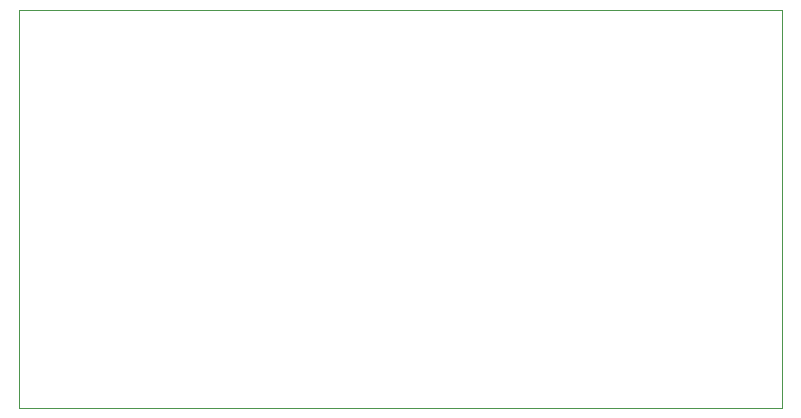
<source format=gbr>
%FSLAX34Y34*%
%MOMM*%
%LNOUTLINE*%
G71*
G01*
%ADD10C,0.002*%
%LPD*%
G54D10*
X0Y1000000D02*
X646000Y1000000D01*
X646000Y663000D01*
X0Y663000D01*
X0Y1000000D01*
M02*

</source>
